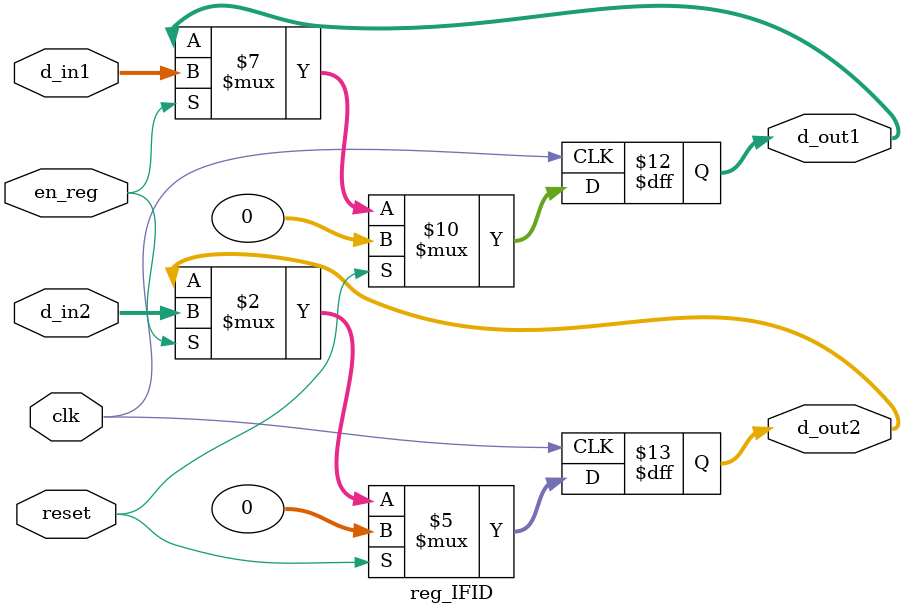
<source format=v>

module reg_IFID(clk,reset,en_reg,d_in1,d_in2,d_out1,d_out2);
	input clk,reset,en_reg;
	input[31:0] d_in1,d_in2;
	output[31:0]d_out1, d_out2;
	reg[31:0]d_out1, d_out2;

	always@(posedge clk)begin
		if(reset)begin
			d_out1<=32'd0;
			d_out2<=32'd0;
		end
		else if ( en_reg ) begin
			d_out1<=d_in1;
			d_out2<=d_in2;
		end
		
	end

endmodule
</source>
